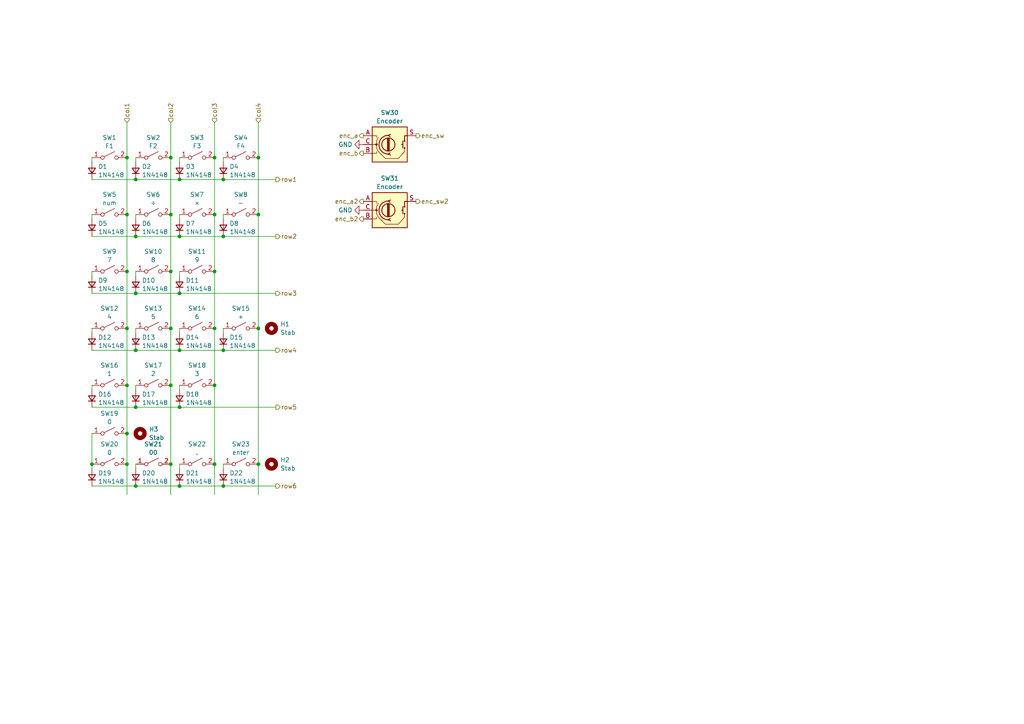
<source format=kicad_sch>
(kicad_sch (version 20231120) (generator "eeschema") (generator_version "8.0")
  (paper "A4")
  (title_block (title "Marten 22 Numpad") (date "2024-10-06") (rev "1"))
  (lib_symbols
    (symbol "Device:D_Small" (pin_numbers hide) (pin_names (offset 0.254) hide)
      (property "Reference" "D" (at -1.27 2.032 0))
      (property "Value" "D_Small" (at -3.81 -2.032 0))
      (symbol "D_Small_0_1"
        (polyline (pts (xy -0.762 -1.016) (xy -0.762 1.016)) (stroke (width 0.254)))
        (polyline (pts (xy -0.762 0) (xy 0.762 0)))
        (polyline (pts (xy 0.762 -1.016) (xy -0.762 0) (xy 0.762 1.016) (xy 0.762 -1.016)) (stroke (width 0.254)))
      )
      (symbol "D_Small_1_1"
        (pin passive line (at -2.54 0 0) (length 1.778) (name "K") (number "1"))
        (pin passive line (at 2.54 0 180) (length 1.778) (name "A") (number "2"))
      )
    )
    (symbol "Mechanical:MountingHole" (pin_names (offset 1.016))
      (property "Reference" "H" (at 0 5.08 0))
      (property "Value" "MountingHole" (at 0 3.175 0))
      (symbol "MountingHole_0_1"
        (circle (center 0 0) (radius 1.27) (stroke (width 1.27)))
      )
    )
    (symbol "PCM_marbastlib-various:ROT_SKYLOONG_HS-Switch" (pin_names hide) (in_bom no)
      (property "Reference" "SW" (at 0 8.89 0))
      (property "Value" "ROT_SKYLOONG_HS" (at 0 6.35 0))
      (symbol "ROT_SKYLOONG_HS-Switch_0_1"
        (rectangle (start -5.08 5.08) (end 5.08 -5.08) (stroke (width 0.254)) (fill (type background)))
        (circle (center -3.81 0) (radius 0.254) (fill (type outline)))
        (circle (center -0.381 0) (radius 1.905) (stroke (width 0.254)))
        (arc (start -0.381 2.667) (mid -3.0988 -0.0635) (end -0.381 -2.794) (stroke (width 0.254)))
        (polyline (pts (xy -0.635 -1.778) (xy -0.635 1.778)) (stroke (width 0.254)))
        (polyline (pts (xy -0.381 -1.778) (xy -0.381 1.778)) (stroke (width 0.254)))
        (polyline (pts (xy -0.127 1.778) (xy -0.127 -1.778)) (stroke (width 0.254)))
        (polyline (pts (xy 3.81 0) (xy 3.429 0)) (stroke (width 0.254)))
        (polyline (pts (xy 3.81 1.016) (xy 3.81 -1.016)) (stroke (width 0.254)))
        (polyline (pts (xy -5.08 -2.54) (xy -3.81 -2.54) (xy -3.81 -2.032)))
        (polyline (pts (xy -5.08 2.54) (xy -3.81 2.54) (xy -3.81 2.032)))
        (polyline (pts (xy 0.254 -3.048) (xy -0.508 -2.794) (xy 0.127 -2.413)) (stroke (width 0.254)))
        (polyline (pts (xy 0.254 2.921) (xy -0.508 2.667) (xy 0.127 2.286)) (stroke (width 0.254)))
        (polyline (pts (xy 5.08 2.54) (xy 4.318 2.54) (xy 4.318 1.016)) (stroke (width 0.254)))
        (polyline (pts (xy -5.08 0) (xy -3.81 0) (xy -3.81 -1.016) (xy -3.302 -2.032)))
        (polyline (pts (xy -4.318 0) (xy -3.81 0) (xy -3.81 1.016) (xy -3.302 2.032)))
        (polyline (pts (xy -3.302 -2.032) (xy -1.27 -4.064) (xy 2.54 -4.064) (xy 4.318 -2.032) (xy 4.318 -1.016)))
        (circle (center 4.318 -1.016) (radius 0.127) (stroke (width 0.254)))
        (circle (center 4.318 1.016) (radius 0.127) (stroke (width 0.254)))
      )
      (symbol "ROT_SKYLOONG_HS-Switch_1_1"
        (pin passive line (at -7.62 2.54 0) (length 2.54) (name "A") (number "A"))
        (pin passive line (at -7.62 -2.54 0) (length 2.54) (name "B") (number "B"))
        (pin passive line (at -7.62 0 0) (length 2.54) (name "C") (number "C"))
        (pin passive line (at 7.62 2.54 180) (length 2.54) (name "S") (number "S"))
      )
    )
    (symbol "Switch:SW_SPST" (pin_names (offset 0) hide)
      (property "Reference" "SW" (at 0 3.175 0))
      (property "Value" "SW_SPST" (at 0 -2.54 0))
      (symbol "SW_SPST_0_0"
        (circle (center -2.032 0) (radius 0.508))
        (polyline (pts (xy -1.524 0.254) (xy 1.524 1.778)))
        (circle (center 2.032 0) (radius 0.508))
      )
      (symbol "SW_SPST_1_1"
        (pin passive line (at -5.08 0 0) (length 2.54) (name "A") (number "1"))
        (pin passive line (at 5.08 0 180) (length 2.54) (name "B") (number "2"))
      )
    )
    (symbol "power:GND" (power) (pin_names (offset 0))
      (property "Value" "GND" (at 0 -3.81 0))
      (symbol "GND_0_1"
        (polyline (pts (xy 0 0) (xy 0 -1.27) (xy 1.27 -1.27) (xy 0 -2.54) (xy -1.27 -1.27) (xy 0 -1.27)))
      )
      (symbol "GND_1_1"
        (pin power_in line (at 0 0 270) (length 0) hide (name "GND") (number "1"))
      )
    )
  )
  (junction (at 49.53 95.25))
  (junction (at 64.77 52.07))
  (junction (at 74.93 62.23))
  (junction (at 36.83 95.25))
  (junction (at 39.37 140.97))
  (junction (at 36.83 125.73))
  (junction (at 62.23 78.74))
  (junction (at 49.53 78.74))
  (junction (at 36.83 45.72))
  (junction (at 49.53 134.62))
  (junction (at 39.37 85.09))
  (junction (at 49.53 111.76))
  (junction (at 39.37 101.6))
  (junction (at 74.93 95.25))
  (junction (at 36.83 111.76))
  (junction (at 52.07 85.09))
  (junction (at 36.83 62.23))
  (junction (at 39.37 118.11))
  (junction (at 64.77 140.97))
  (junction (at 62.23 111.76))
  (junction (at 62.23 62.23))
  (junction (at 62.23 45.72))
  (junction (at 64.77 101.6))
  (junction (at 39.37 68.58))
  (junction (at 62.23 134.62))
  (junction (at 49.53 62.23))
  (junction (at 36.83 78.74))
  (junction (at 52.07 140.97))
  (junction (at 49.53 45.72))
  (junction (at 52.07 52.07))
  (junction (at 74.93 45.72))
  (junction (at 39.37 52.07))
  (junction (at 74.93 134.62))
  (junction (at 62.23 95.25))
  (junction (at 52.07 68.58))
  (junction (at 64.77 68.58))
  (junction (at 52.07 101.6))
  (junction (at 26.67 134.62))
  (junction (at 36.83 134.62))
  (junction (at 52.07 118.11))
  (wire (pts (xy 62.23 95.25) (xy 62.23 111.76)))
  (wire (pts (xy 36.83 78.74) (xy 36.83 95.25)))
  (wire (pts (xy 62.23 134.62) (xy 62.23 143.51)))
  (wire (pts (xy 52.07 134.62) (xy 52.07 135.89)))
  (wire (pts (xy 26.67 134.62) (xy 26.67 135.89)))
  (wire (pts (xy 52.07 101.6) (xy 64.77 101.6)))
  (wire (pts (xy 52.07 68.58) (xy 64.77 68.58)))
  (wire (pts (xy 74.93 45.72) (xy 74.93 62.23)))
  (wire (pts (xy 36.83 111.76) (xy 36.83 125.73)))
  (wire (pts (xy 39.37 111.76) (xy 39.37 113.03)))
  (wire (pts (xy 49.53 111.76) (xy 49.53 134.62)))
  (wire (pts (xy 64.77 134.62) (xy 64.77 135.89)))
  (wire (pts (xy 26.67 95.25) (xy 26.67 96.52)))
  (wire (pts (xy 64.77 45.72) (xy 64.77 46.99)))
  (wire (pts (xy 26.67 111.76) (xy 26.67 113.03)))
  (wire (pts (xy 36.83 125.73) (xy 36.83 134.62)))
  (wire (pts (xy 26.67 52.07) (xy 39.37 52.07)))
  (wire (pts (xy 26.67 101.6) (xy 39.37 101.6)))
  (wire (pts (xy 39.37 134.62) (xy 39.37 135.89)))
  (wire (pts (xy 49.53 95.25) (xy 49.53 111.76)))
  (wire (pts (xy 26.67 78.74) (xy 26.67 80.01)))
  (wire (pts (xy 52.07 78.74) (xy 52.07 80.01)))
  (wire (pts (xy 39.37 52.07) (xy 52.07 52.07)))
  (wire (pts (xy 26.67 68.58) (xy 39.37 68.58)))
  (wire (pts (xy 36.83 62.23) (xy 36.83 78.74)))
  (wire (pts (xy 52.07 52.07) (xy 64.77 52.07)))
  (wire (pts (xy 64.77 95.25) (xy 64.77 96.52)))
  (wire (pts (xy 52.07 45.72) (xy 52.07 46.99)))
  (wire (pts (xy 39.37 62.23) (xy 39.37 63.5)))
  (wire (pts (xy 62.23 45.72) (xy 62.23 62.23)))
  (wire (pts (xy 26.67 140.97) (xy 39.37 140.97)))
  (wire (pts (xy 49.53 35.56) (xy 49.53 45.72)))
  (wire (pts (xy 36.83 134.62) (xy 36.83 143.51)))
  (wire (pts (xy 64.77 62.23) (xy 64.77 63.5)))
  (wire (pts (xy 64.77 140.97) (xy 80.01 140.97)))
  (wire (pts (xy 26.67 118.11) (xy 39.37 118.11)))
  (wire (pts (xy 74.93 134.62) (xy 74.93 143.51)))
  (wire (pts (xy 49.53 134.62) (xy 49.53 143.51)))
  (wire (pts (xy 39.37 85.09) (xy 52.07 85.09)))
  (wire (pts (xy 36.83 45.72) (xy 36.83 62.23)))
  (wire (pts (xy 39.37 118.11) (xy 52.07 118.11)))
  (wire (pts (xy 74.93 35.56) (xy 74.93 45.72)))
  (wire (pts (xy 52.07 85.09) (xy 80.01 85.09)))
  (wire (pts (xy 52.07 95.25) (xy 52.07 96.52)))
  (wire (pts (xy 52.07 111.76) (xy 52.07 113.03)))
  (wire (pts (xy 62.23 35.56) (xy 62.23 45.72)))
  (wire (pts (xy 36.83 35.56) (xy 36.83 45.72)))
  (wire (pts (xy 39.37 45.72) (xy 39.37 46.99)))
  (wire (pts (xy 52.07 140.97) (xy 64.77 140.97)))
  (wire (pts (xy 36.83 95.25) (xy 36.83 111.76)))
  (wire (pts (xy 49.53 45.72) (xy 49.53 62.23)))
  (wire (pts (xy 39.37 68.58) (xy 52.07 68.58)))
  (wire (pts (xy 26.67 125.73) (xy 26.67 134.62)))
  (wire (pts (xy 62.23 78.74) (xy 62.23 95.25)))
  (wire (pts (xy 64.77 52.07) (xy 80.01 52.07)))
  (wire (pts (xy 52.07 118.11) (xy 80.01 118.11)))
  (wire (pts (xy 26.67 85.09) (xy 39.37 85.09)))
  (wire (pts (xy 39.37 101.6) (xy 52.07 101.6)))
  (wire (pts (xy 39.37 95.25) (xy 39.37 96.52)))
  (wire (pts (xy 26.67 62.23) (xy 26.67 63.5)))
  (wire (pts (xy 74.93 62.23) (xy 74.93 95.25)))
  (wire (pts (xy 39.37 140.97) (xy 52.07 140.97)))
  (wire (pts (xy 52.07 62.23) (xy 52.07 63.5)))
  (wire (pts (xy 64.77 68.58) (xy 80.01 68.58)))
  (wire (pts (xy 64.77 101.6) (xy 80.01 101.6)))
  (wire (pts (xy 39.37 78.74) (xy 39.37 80.01)))
  (wire (pts (xy 26.67 45.72) (xy 26.67 46.99)))
  (wire (pts (xy 49.53 62.23) (xy 49.53 78.74)))
  (wire (pts (xy 49.53 78.74) (xy 49.53 95.25)))
  (wire (pts (xy 62.23 62.23) (xy 62.23 78.74)))
  (wire (pts (xy 74.93 95.25) (xy 74.93 134.62)))
  (wire (pts (xy 62.23 111.76) (xy 62.23 134.62)))
  (hierarchical_label "row5" (shape output) (at 80.01 118.11 0))
  (hierarchical_label "col4" (shape input) (at 74.93 35.56 90))
  (hierarchical_label "row1" (shape output) (at 80.01 52.07 0))
  (hierarchical_label "row3" (shape output) (at 80.01 85.09 0))
  (hierarchical_label "col2" (shape input) (at 49.53 35.56 90))
  (hierarchical_label "enc_b2" (shape output) (at 105.41 63.5 180))
  (hierarchical_label "row2" (shape output) (at 80.01 68.58 0))
  (hierarchical_label "enc_b" (shape output) (at 105.41 44.45 180))
  (hierarchical_label "col1" (shape input) (at 36.83 35.56 90))
  (hierarchical_label "row6" (shape output) (at 80.01 140.97 0))
  (hierarchical_label "enc_a2" (shape output) (at 105.41 58.42 180))
  (hierarchical_label "enc_a" (shape output) (at 105.41 39.37 180))
  (hierarchical_label "row4" (shape output) (at 80.01 101.6 0))
  (hierarchical_label "enc_sw" (shape output) (at 120.65 39.37 0))
  (hierarchical_label "col3" (shape input) (at 62.23 35.56 90))
  (hierarchical_label "enc_sw2" (shape output) (at 120.65 58.42 0))
  (symbol (lib_id "PCM_marbastlib-various:ROT_SKYLOONG_HS-Switch") (at 113.03 41.91 0) (unit 1) (in_bom no)
    (property "Reference" "SW30" (at 113.03 32.6855 0))
    (property "Value" "Encoder" (at 113.03 35.1098 0))
    (property "Footprint" "keyboard:Skyloong_Knob_Pads" (effects (hide yes)))
    (property "Datasheet" "https://skyloong.vip/products/abs-hot-swappable-knobs-madule" (effects (hide yes)))
    (property "Description" "SKYLOONG hotswap encoder module" (effects (hide yes)))
    (property "Manufacturer" "DNP" (effects (hide yes)))
    (property "Manufacturer Part Number" "DNP" (effects (hide yes)))
    (property "Package" "DNP" (effects (hide yes)))
  )
  (symbol (lib_id "Device:D_Small") (at 39.37 66.04 90) (unit 1)
    (property "Reference" "D6" (at 41.148 64.8279 90) (effects (justify right)))
    (property "Value" "1N4148" (at 41.148 67.2521 90) (effects (justify right)))
    (property "Footprint" "Diode_SMD:D_SOD-523" (effects (hide yes)))
    (property "Description" "1N4148 diode" (effects (hide yes)))
    (property "Package" "SOD-523" (effects (hide yes)))
    (property "Manufacturer" "onsemi" (effects (hide yes)))
    (property "Manufacturer Part Number" "1N4148WT" (effects (hide yes)))
  )
  (symbol (lib_id "Switch:SW_SPST") (at 44.45 45.72 0) (unit 1)
    (property "Reference" "SW2" (at 44.45 39.9247 0))
    (property "Value" "F2" (at 44.45 42.3489 0))
    (property "Footprint" "PCM_marbastlib-mx:SW_MX_HS_CPG151101S11_1u" (effects (hide yes)))
    (property "Datasheet" "http://www.kailh.com/product/Ms/rcb/CPG151101S11-16.pdf" (effects (hide yes)))
    (property "Description" "Kailh hot swap socket for MX switch" (effects (hide yes)))
    (property "Manufacturer Part Number" "CPG151101S11-16" (effects (hide yes)))
    (property "Manufacturer" "Kailh" (effects (hide yes)))
    (property "Package" "SMD" (effects (hide yes)))
  )
  (symbol (lib_id "Switch:SW_SPST") (at 44.45 134.62 0) (unit 1)
    (property "Reference" "SW21" (at 44.45 128.8247 0))
    (property "Value" "00" (at 44.45 131.2489 0))
    (property "Footprint" "PCM_marbastlib-mx:SW_MX_HS_CPG151101S11_1u" (effects (hide yes)))
    (property "Datasheet" "http://www.kailh.com/product/Ms/rcb/CPG151101S11-16.pdf" (effects (hide yes)))
    (property "Description" "Kailh hot swap socket for MX switch" (effects (hide yes)))
    (property "Manufacturer Part Number" "CPG151101S11-16" (effects (hide yes)))
    (property "Manufacturer" "Kailh" (effects (hide yes)))
    (property "Package" "SMD" (effects (hide yes)))
  )
  (symbol (lib_id "Device:D_Small") (at 39.37 82.55 90) (unit 1)
    (property "Reference" "D10" (at 41.148 81.3379 90) (effects (justify right)))
    (property "Value" "1N4148" (at 41.148 83.7621 90) (effects (justify right)))
    (property "Footprint" "Diode_SMD:D_SOD-523" (effects (hide yes)))
    (property "Description" "1N4148 diode" (effects (hide yes)))
    (property "Package" "SOD-523" (effects (hide yes)))
    (property "Manufacturer" "onsemi" (effects (hide yes)))
    (property "Manufacturer Part Number" "1N4148WT" (effects (hide yes)))
  )
  (symbol (lib_id "Switch:SW_SPST") (at 57.15 62.23 0) (unit 1)
    (property "Reference" "SW7" (at 57.15 56.4347 0))
    (property "Value" "×" (at 57.15 58.8589 0))
    (property "Footprint" "PCM_marbastlib-mx:SW_MX_HS_CPG151101S11_1u" (effects (hide yes)))
    (property "Datasheet" "http://www.kailh.com/product/Ms/rcb/CPG151101S11-16.pdf" (effects (hide yes)))
    (property "Description" "Kailh hot swap socket for MX switch" (effects (hide yes)))
    (property "Manufacturer Part Number" "CPG151101S11-16" (effects (hide yes)))
    (property "Manufacturer" "Kailh" (effects (hide yes)))
    (property "Package" "SMD" (effects (hide yes)))
  )
  (symbol (lib_id "Switch:SW_SPST") (at 57.15 134.62 0) (unit 1)
    (property "Reference" "SW22" (at 57.15 128.8247 0))
    (property "Value" "." (at 57.15 131.2489 0))
    (property "Footprint" "PCM_marbastlib-mx:SW_MX_HS_CPG151101S11_1u" (effects (hide yes)))
    (property "Datasheet" "http://www.kailh.com/product/Ms/rcb/CPG151101S11-16.pdf" (effects (hide yes)))
    (property "Description" "Kailh hot swap socket for MX switch" (effects (hide yes)))
    (property "Manufacturer Part Number" "CPG151101S11-16" (effects (hide yes)))
    (property "Manufacturer" "Kailh" (effects (hide yes)))
    (property "Package" "SMD" (effects (hide yes)))
  )
  (symbol (lib_id "Switch:SW_SPST") (at 69.85 134.62 0) (unit 1)
    (property "Reference" "SW23" (at 69.85 128.8247 0))
    (property "Value" "enter" (at 69.85 131.2489 0))
    (property "Footprint" "PCM_marbastlib-mx:SW_MX_HS_CPG151101S11_1u" (effects (hide yes)))
    (property "Datasheet" "http://www.kailh.com/product/Ms/rcb/CPG151101S11-16.pdf" (effects (hide yes)))
    (property "Description" "Kailh hot swap socket for MX switch" (effects (hide yes)))
    (property "Manufacturer Part Number" "CPG151101S11-16" (effects (hide yes)))
    (property "Manufacturer" "Kailh" (effects (hide yes)))
    (property "Package" "SMD" (effects (hide yes)))
  )
  (symbol (lib_id "Mechanical:MountingHole") (at 78.74 95.25 0) (unit 1)
    (property "Reference" "H1" (at 81.28 94.0379 0) (effects (justify left)))
    (property "Value" "Stab" (at 81.28 96.4621 0) (effects (justify left)))
    (property "Footprint" "PCM_marbastlib-mx:STAB_MX_2u" (effects (hide yes)))
    (property "Description" "MX switch stabilizer, 2U" (effects (hide yes)))
    (property "Manufacturer" "DNP" (effects (hide yes)))
    (property "Manufacturer Part Number" "DNP" (effects (hide yes)))
    (property "Package" "DNP" (effects (hide yes)))
  )
  (symbol (lib_id "Device:D_Small") (at 52.07 115.57 90) (unit 1)
    (property "Reference" "D18" (at 53.848 114.3579 90) (effects (justify right)))
    (property "Value" "1N4148" (at 53.848 116.7821 90) (effects (justify right)))
    (property "Footprint" "Diode_SMD:D_SOD-523" (effects (hide yes)))
    (property "Description" "1N4148 diode" (effects (hide yes)))
    (property "Package" "SOD-523" (effects (hide yes)))
    (property "Manufacturer" "onsemi" (effects (hide yes)))
    (property "Manufacturer Part Number" "1N4148WT" (effects (hide yes)))
  )
  (symbol (lib_id "Switch:SW_SPST") (at 57.15 95.25 0) (unit 1)
    (property "Reference" "SW14" (at 57.15 89.4547 0))
    (property "Value" "6" (at 57.15 91.8789 0))
    (property "Footprint" "PCM_marbastlib-mx:SW_MX_HS_CPG151101S11_1u" (effects (hide yes)))
    (property "Datasheet" "http://www.kailh.com/product/Ms/rcb/CPG151101S11-16.pdf" (effects (hide yes)))
    (property "Description" "Kailh hot swap socket for MX switch" (effects (hide yes)))
    (property "Manufacturer Part Number" "CPG151101S11-16" (effects (hide yes)))
    (property "Manufacturer" "Kailh" (effects (hide yes)))
    (property "Package" "SMD" (effects (hide yes)))
  )
  (symbol (lib_id "Device:D_Small") (at 26.67 138.43 90) (unit 1)
    (property "Reference" "D19" (at 28.448 137.2179 90) (effects (justify right)))
    (property "Value" "1N4148" (at 28.448 139.6421 90) (effects (justify right)))
    (property "Footprint" "Diode_SMD:D_SOD-523" (effects (hide yes)))
    (property "Description" "1N4148 diode" (effects (hide yes)))
    (property "Package" "SOD-523" (effects (hide yes)))
    (property "Manufacturer" "onsemi" (effects (hide yes)))
    (property "Manufacturer Part Number" "1N4148WT" (effects (hide yes)))
  )
  (symbol (lib_id "Switch:SW_SPST") (at 31.75 78.74 0) (unit 1)
    (property "Reference" "SW9" (at 31.75 72.9447 0))
    (property "Value" "7" (at 31.75 75.3689 0))
    (property "Footprint" "PCM_marbastlib-mx:SW_MX_HS_CPG151101S11_1u" (effects (hide yes)))
    (property "Datasheet" "http://www.kailh.com/product/Ms/rcb/CPG151101S11-16.pdf" (effects (hide yes)))
    (property "Description" "Kailh hot swap socket for MX switch" (effects (hide yes)))
    (property "Manufacturer Part Number" "CPG151101S11-16" (effects (hide yes)))
    (property "Manufacturer" "Kailh" (effects (hide yes)))
    (property "Package" "SMD" (effects (hide yes)))
  )
  (symbol (lib_id "Device:D_Small") (at 39.37 99.06 90) (unit 1)
    (property "Reference" "D13" (at 41.148 97.8479 90) (effects (justify right)))
    (property "Value" "1N4148" (at 41.148 100.2721 90) (effects (justify right)))
    (property "Footprint" "Diode_SMD:D_SOD-523" (effects (hide yes)))
    (property "Description" "1N4148 diode" (effects (hide yes)))
    (property "Package" "SOD-523" (effects (hide yes)))
    (property "Manufacturer" "onsemi" (effects (hide yes)))
    (property "Manufacturer Part Number" "1N4148WT" (effects (hide yes)))
  )
  (symbol (lib_id "Switch:SW_SPST") (at 57.15 111.76 0) (unit 1)
    (property "Reference" "SW18" (at 57.15 105.9647 0))
    (property "Value" "3" (at 57.15 108.3889 0))
    (property "Footprint" "PCM_marbastlib-mx:SW_MX_HS_CPG151101S11_1u" (effects (hide yes)))
    (property "Datasheet" "http://www.kailh.com/product/Ms/rcb/CPG151101S11-16.pdf" (effects (hide yes)))
    (property "Description" "Kailh hot swap socket for MX switch" (effects (hide yes)))
    (property "Manufacturer Part Number" "CPG151101S11-16" (effects (hide yes)))
    (property "Manufacturer" "Kailh" (effects (hide yes)))
    (property "Package" "SMD" (effects (hide yes)))
  )
  (symbol (lib_id "Device:D_Small") (at 39.37 138.43 90) (unit 1)
    (property "Reference" "D20" (at 41.148 137.2179 90) (effects (justify right)))
    (property "Value" "1N4148" (at 41.148 139.6421 90) (effects (justify right)))
    (property "Footprint" "Diode_SMD:D_SOD-523" (effects (hide yes)))
    (property "Description" "1N4148 diode" (effects (hide yes)))
    (property "Package" "SOD-523" (effects (hide yes)))
    (property "Manufacturer" "onsemi" (effects (hide yes)))
    (property "Manufacturer Part Number" "1N4148WT" (effects (hide yes)))
  )
  (symbol (lib_id "Device:D_Small") (at 52.07 49.53 90) (unit 1)
    (property "Reference" "D3" (at 53.848 48.3179 90) (effects (justify right)))
    (property "Value" "1N4148" (at 53.848 50.7421 90) (effects (justify right)))
    (property "Footprint" "Diode_SMD:D_SOD-523" (effects (hide yes)))
    (property "Description" "1N4148 diode" (effects (hide yes)))
    (property "Package" "SOD-523" (effects (hide yes)))
    (property "Manufacturer" "onsemi" (effects (hide yes)))
    (property "Manufacturer Part Number" "1N4148WT" (effects (hide yes)))
  )
  (symbol (lib_id "Switch:SW_SPST") (at 31.75 125.73 0) (unit 1)
    (property "Reference" "SW19" (at 31.75 119.9347 0))
    (property "Value" "0" (at 31.75 122.3589 0))
    (property "Footprint" "PCM_marbastlib-mx:SW_MX_HS_CPG151101S11_1u" (effects (hide yes)))
    (property "Datasheet" "http://www.kailh.com/product/Ms/rcb/CPG151101S11-16.pdf" (effects (hide yes)))
    (property "Description" "Kailh hot swap socket for MX switch" (effects (hide yes)))
    (property "Manufacturer Part Number" "CPG151101S11-16" (effects (hide yes)))
    (property "Manufacturer" "Kailh" (effects (hide yes)))
    (property "Package" "SMD" (effects (hide yes)))
  )
  (symbol (lib_id "Device:D_Small") (at 64.77 49.53 90) (unit 1)
    (property "Reference" "D4" (at 66.548 48.3179 90) (effects (justify right)))
    (property "Value" "1N4148" (at 66.548 50.7421 90) (effects (justify right)))
    (property "Footprint" "Diode_SMD:D_SOD-523" (effects (hide yes)))
    (property "Description" "1N4148 diode" (effects (hide yes)))
    (property "Package" "SOD-523" (effects (hide yes)))
    (property "Manufacturer" "onsemi" (effects (hide yes)))
    (property "Manufacturer Part Number" "1N4148WT" (effects (hide yes)))
  )
  (symbol (lib_id "Switch:SW_SPST") (at 31.75 62.23 0) (unit 1)
    (property "Reference" "SW5" (at 31.75 56.4347 0))
    (property "Value" "num" (at 31.75 58.8589 0))
    (property "Footprint" "PCM_marbastlib-mx:SW_MX_HS_CPG151101S11_1u" (effects (hide yes)))
    (property "Datasheet" "http://www.kailh.com/product/Ms/rcb/CPG151101S11-16.pdf" (effects (hide yes)))
    (property "Description" "Kailh hot swap socket for MX switch" (effects (hide yes)))
    (property "Manufacturer Part Number" "CPG151101S11-16" (effects (hide yes)))
    (property "Manufacturer" "Kailh" (effects (hide yes)))
    (property "Package" "SMD" (effects (hide yes)))
  )
  (symbol (lib_id "Device:D_Small") (at 39.37 115.57 90) (unit 1)
    (property "Reference" "D17" (at 41.148 114.3579 90) (effects (justify right)))
    (property "Value" "1N4148" (at 41.148 116.7821 90) (effects (justify right)))
    (property "Footprint" "Diode_SMD:D_SOD-523" (effects (hide yes)))
    (property "Description" "1N4148 diode" (effects (hide yes)))
    (property "Package" "SOD-523" (effects (hide yes)))
    (property "Manufacturer" "onsemi" (effects (hide yes)))
    (property "Manufacturer Part Number" "1N4148WT" (effects (hide yes)))
  )
  (symbol (lib_id "Switch:SW_SPST") (at 44.45 78.74 0) (unit 1)
    (property "Reference" "SW10" (at 44.45 72.9447 0))
    (property "Value" "8" (at 44.45 75.3689 0))
    (property "Footprint" "PCM_marbastlib-mx:SW_MX_HS_CPG151101S11_1u" (effects (hide yes)))
    (property "Datasheet" "http://www.kailh.com/product/Ms/rcb/CPG151101S11-16.pdf" (effects (hide yes)))
    (property "Description" "Kailh hot swap socket for MX switch" (effects (hide yes)))
    (property "Manufacturer Part Number" "CPG151101S11-16" (effects (hide yes)))
    (property "Manufacturer" "Kailh" (effects (hide yes)))
    (property "Package" "SMD" (effects (hide yes)))
  )
  (symbol (lib_id "Device:D_Small") (at 26.67 49.53 90) (unit 1)
    (property "Reference" "D1" (at 28.448 48.3179 90) (effects (justify right)))
    (property "Value" "1N4148" (at 28.448 50.7421 90) (effects (justify right)))
    (property "Footprint" "Diode_SMD:D_SOD-523" (effects (hide yes)))
    (property "Description" "1N4148 diode" (effects (hide yes)))
    (property "Package" "SOD-523" (effects (hide yes)))
    (property "Manufacturer" "onsemi" (effects (hide yes)))
    (property "Manufacturer Part Number" "1N4148WT" (effects (hide yes)))
  )
  (symbol (lib_id "Device:D_Small") (at 26.67 66.04 90) (unit 1)
    (property "Reference" "D5" (at 28.448 64.8279 90) (effects (justify right)))
    (property "Value" "1N4148" (at 28.448 67.2521 90) (effects (justify right)))
    (property "Footprint" "Diode_SMD:D_SOD-523" (effects (hide yes)))
    (property "Description" "1N4148 diode" (effects (hide yes)))
    (property "Package" "SOD-523" (effects (hide yes)))
    (property "Manufacturer" "onsemi" (effects (hide yes)))
    (property "Manufacturer Part Number" "1N4148WT" (effects (hide yes)))
  )
  (symbol (lib_id "Switch:SW_SPST") (at 69.85 95.25 0) (unit 1)
    (property "Reference" "SW15" (at 69.85 89.4547 0))
    (property "Value" "+" (at 69.85 91.8789 0))
    (property "Footprint" "PCM_marbastlib-mx:SW_MX_HS_CPG151101S11_1u" (effects (hide yes)))
    (property "Datasheet" "http://www.kailh.com/product/Ms/rcb/CPG151101S11-16.pdf" (effects (hide yes)))
    (property "Description" "Kailh hot swap socket for MX switch" (effects (hide yes)))
    (property "Manufacturer Part Number" "CPG151101S11-16" (effects (hide yes)))
    (property "Manufacturer" "Kailh" (effects (hide yes)))
    (property "Package" "SMD" (effects (hide yes)))
  )
  (symbol (lib_id "Switch:SW_SPST") (at 69.85 62.23 0) (unit 1)
    (property "Reference" "SW8" (at 69.85 56.4347 0))
    (property "Value" "−" (at 69.85 58.8589 0))
    (property "Footprint" "PCM_marbastlib-mx:SW_MX_HS_CPG151101S11_1u" (effects (hide yes)))
    (property "Datasheet" "http://www.kailh.com/product/Ms/rcb/CPG151101S11-16.pdf" (effects (hide yes)))
    (property "Description" "Kailh hot swap socket for MX switch" (effects (hide yes)))
    (property "Manufacturer Part Number" "CPG151101S11-16" (effects (hide yes)))
    (property "Manufacturer" "Kailh" (effects (hide yes)))
    (property "Package" "SMD" (effects (hide yes)))
  )
  (symbol (lib_id "Device:D_Small") (at 64.77 99.06 90) (unit 1)
    (property "Reference" "D15" (at 66.548 97.8479 90) (effects (justify right)))
    (property "Value" "1N4148" (at 66.548 100.2721 90) (effects (justify right)))
    (property "Footprint" "Diode_SMD:D_SOD-523" (effects (hide yes)))
    (property "Description" "1N4148 diode" (effects (hide yes)))
    (property "Package" "SOD-523" (effects (hide yes)))
    (property "Manufacturer" "onsemi" (effects (hide yes)))
    (property "Manufacturer Part Number" "1N4148WT" (effects (hide yes)))
  )
  (symbol (lib_id "Device:D_Small") (at 52.07 138.43 90) (unit 1)
    (property "Reference" "D21" (at 53.848 137.2179 90) (effects (justify right)))
    (property "Value" "1N4148" (at 53.848 139.6421 90) (effects (justify right)))
    (property "Footprint" "Diode_SMD:D_SOD-523" (effects (hide yes)))
    (property "Description" "1N4148 diode" (effects (hide yes)))
    (property "Package" "SOD-523" (effects (hide yes)))
    (property "Manufacturer" "onsemi" (effects (hide yes)))
    (property "Manufacturer Part Number" "1N4148WT" (effects (hide yes)))
  )
  (symbol (lib_id "Switch:SW_SPST") (at 69.85 45.72 0) (unit 1)
    (property "Reference" "SW4" (at 69.85 39.9247 0))
    (property "Value" "F4" (at 69.85 42.3489 0))
    (property "Footprint" "PCM_marbastlib-mx:SW_MX_HS_CPG151101S11_1u" (effects (hide yes)))
    (property "Datasheet" "http://www.kailh.com/product/Ms/rcb/CPG151101S11-16.pdf" (effects (hide yes)))
    (property "Description" "Kailh hot swap socket for MX switch" (effects (hide yes)))
    (property "Manufacturer Part Number" "CPG151101S11-16" (effects (hide yes)))
    (property "Manufacturer" "Kailh" (effects (hide yes)))
    (property "Package" "SMD" (effects (hide yes)))
  )
  (symbol (lib_id "power:GND") (at 105.41 41.91 270) (unit 1)
    (property "Reference" "#PWR031" (effects (hide yes)))
    (property "Value" "GND" (at 102.2351 41.91 90) (effects (justify right)))
  )
  (symbol (lib_id "Device:D_Small") (at 64.77 138.43 90) (unit 1)
    (property "Reference" "D22" (at 66.548 137.2179 90) (effects (justify right)))
    (property "Value" "1N4148" (at 66.548 139.6421 90) (effects (justify right)))
    (property "Footprint" "Diode_SMD:D_SOD-523" (effects (hide yes)))
    (property "Description" "1N4148 diode" (effects (hide yes)))
    (property "Package" "SOD-523" (effects (hide yes)))
    (property "Manufacturer" "onsemi" (effects (hide yes)))
    (property "Manufacturer Part Number" "1N4148WT" (effects (hide yes)))
  )
  (symbol (lib_id "Device:D_Small") (at 26.67 115.57 90) (unit 1)
    (property "Reference" "D16" (at 28.448 114.3579 90) (effects (justify right)))
    (property "Value" "1N4148" (at 28.448 116.7821 90) (effects (justify right)))
    (property "Footprint" "Diode_SMD:D_SOD-523" (effects (hide yes)))
    (property "Description" "1N4148 diode" (effects (hide yes)))
    (property "Package" "SOD-523" (effects (hide yes)))
    (property "Manufacturer" "onsemi" (effects (hide yes)))
    (property "Manufacturer Part Number" "1N4148WT" (effects (hide yes)))
  )
  (symbol (lib_id "Switch:SW_SPST") (at 31.75 45.72 0) (unit 1)
    (property "Reference" "SW1" (at 31.75 39.9247 0))
    (property "Value" "F1" (at 31.75 42.3489 0))
    (property "Footprint" "PCM_marbastlib-mx:SW_MX_HS_CPG151101S11_1u" (effects (hide yes)))
    (property "Datasheet" "http://www.kailh.com/product/Ms/rcb/CPG151101S11-16.pdf" (effects (hide yes)))
    (property "Description" "Kailh hot swap socket for MX switch" (effects (hide yes)))
    (property "Manufacturer Part Number" "CPG151101S11-16" (effects (hide yes)))
    (property "Manufacturer" "Kailh" (effects (hide yes)))
    (property "Package" "SMD" (effects (hide yes)))
  )
  (symbol (lib_id "power:GND") (at 105.41 60.96 270) (unit 1)
    (property "Reference" "#PWR034" (effects (hide yes)))
    (property "Value" "GND" (at 102.2351 60.96 90) (effects (justify right)))
  )
  (symbol (lib_id "Device:D_Small") (at 26.67 82.55 90) (unit 1)
    (property "Reference" "D9" (at 28.448 81.3379 90) (effects (justify right)))
    (property "Value" "1N4148" (at 28.448 83.7621 90) (effects (justify right)))
    (property "Footprint" "Diode_SMD:D_SOD-523" (effects (hide yes)))
    (property "Description" "1N4148 diode" (effects (hide yes)))
    (property "Package" "SOD-523" (effects (hide yes)))
    (property "Manufacturer" "onsemi" (effects (hide yes)))
    (property "Manufacturer Part Number" "1N4148WT" (effects (hide yes)))
  )
  (symbol (lib_id "Switch:SW_SPST") (at 44.45 62.23 0) (unit 1)
    (property "Reference" "SW6" (at 44.45 56.4347 0))
    (property "Value" "÷" (at 44.45 58.8589 0))
    (property "Footprint" "PCM_marbastlib-mx:SW_MX_HS_CPG151101S11_1u" (effects (hide yes)))
    (property "Datasheet" "http://www.kailh.com/product/Ms/rcb/CPG151101S11-16.pdf" (effects (hide yes)))
    (property "Description" "Kailh hot swap socket for MX switch" (effects (hide yes)))
    (property "Manufacturer Part Number" "CPG151101S11-16" (effects (hide yes)))
    (property "Manufacturer" "Kailh" (effects (hide yes)))
    (property "Package" "SMD" (effects (hide yes)))
  )
  (symbol (lib_id "Switch:SW_SPST") (at 44.45 95.25 0) (unit 1)
    (property "Reference" "SW13" (at 44.45 89.4547 0))
    (property "Value" "5" (at 44.45 91.8789 0))
    (property "Footprint" "PCM_marbastlib-mx:SW_MX_HS_CPG151101S11_1u" (effects (hide yes)))
    (property "Datasheet" "http://www.kailh.com/product/Ms/rcb/CPG151101S11-16.pdf" (effects (hide yes)))
    (property "Description" "Kailh hot swap socket for MX switch" (effects (hide yes)))
    (property "Manufacturer Part Number" "CPG151101S11-16" (effects (hide yes)))
    (property "Manufacturer" "Kailh" (effects (hide yes)))
    (property "Package" "SMD" (effects (hide yes)))
  )
  (symbol (lib_id "Switch:SW_SPST") (at 31.75 95.25 0) (unit 1)
    (property "Reference" "SW12" (at 31.75 89.4547 0))
    (property "Value" "4" (at 31.75 91.8789 0))
    (property "Footprint" "PCM_marbastlib-mx:SW_MX_HS_CPG151101S11_1u" (effects (hide yes)))
    (property "Datasheet" "http://www.kailh.com/product/Ms/rcb/CPG151101S11-16.pdf" (effects (hide yes)))
    (property "Description" "Kailh hot swap socket for MX switch" (effects (hide yes)))
    (property "Manufacturer Part Number" "CPG151101S11-16" (effects (hide yes)))
    (property "Manufacturer" "Kailh" (effects (hide yes)))
    (property "Package" "SMD" (effects (hide yes)))
  )
  (symbol (lib_id "Switch:SW_SPST") (at 31.75 111.76 0) (unit 1)
    (property "Reference" "SW16" (at 31.75 105.9647 0))
    (property "Value" "1" (at 31.75 108.3889 0))
    (property "Footprint" "PCM_marbastlib-mx:SW_MX_HS_CPG151101S11_1u" (effects (hide yes)))
    (property "Datasheet" "http://www.kailh.com/product/Ms/rcb/CPG151101S11-16.pdf" (effects (hide yes)))
    (property "Description" "Kailh hot swap socket for MX switch" (effects (hide yes)))
    (property "Manufacturer Part Number" "CPG151101S11-16" (effects (hide yes)))
    (property "Manufacturer" "Kailh" (effects (hide yes)))
    (property "Package" "SMD" (effects (hide yes)))
  )
  (symbol (lib_id "Switch:SW_SPST") (at 57.15 45.72 0) (unit 1)
    (property "Reference" "SW3" (at 57.15 39.9247 0))
    (property "Value" "F3" (at 57.15 42.3489 0))
    (property "Footprint" "PCM_marbastlib-mx:SW_MX_HS_CPG151101S11_1u" (effects (hide yes)))
    (property "Datasheet" "http://www.kailh.com/product/Ms/rcb/CPG151101S11-16.pdf" (effects (hide yes)))
    (property "Description" "Kailh hot swap socket for MX switch" (effects (hide yes)))
    (property "Manufacturer Part Number" "CPG151101S11-16" (effects (hide yes)))
    (property "Manufacturer" "Kailh" (effects (hide yes)))
    (property "Package" "SMD" (effects (hide yes)))
  )
  (symbol (lib_id "Device:D_Small") (at 52.07 82.55 90) (unit 1)
    (property "Reference" "D11" (at 53.848 81.3379 90) (effects (justify right)))
    (property "Value" "1N4148" (at 53.848 83.7621 90) (effects (justify right)))
    (property "Footprint" "Diode_SMD:D_SOD-523" (effects (hide yes)))
    (property "Description" "1N4148 diode" (effects (hide yes)))
    (property "Package" "SOD-523" (effects (hide yes)))
    (property "Manufacturer" "onsemi" (effects (hide yes)))
    (property "Manufacturer Part Number" "1N4148WT" (effects (hide yes)))
  )
  (symbol (lib_id "Switch:SW_SPST") (at 57.15 78.74 0) (unit 1)
    (property "Reference" "SW11" (at 57.15 72.9447 0))
    (property "Value" "9" (at 57.15 75.3689 0))
    (property "Footprint" "PCM_marbastlib-mx:SW_MX_HS_CPG151101S11_1u" (effects (hide yes)))
    (property "Datasheet" "http://www.kailh.com/product/Ms/rcb/CPG151101S11-16.pdf" (effects (hide yes)))
    (property "Description" "Kailh hot swap socket for MX switch" (effects (hide yes)))
    (property "Manufacturer Part Number" "CPG151101S11-16" (effects (hide yes)))
    (property "Manufacturer" "Kailh" (effects (hide yes)))
    (property "Package" "SMD" (effects (hide yes)))
  )
  (symbol (lib_id "Switch:SW_SPST") (at 31.75 134.62 0) (unit 1)
    (property "Reference" "SW20" (at 31.75 128.8247 0))
    (property "Value" "0" (at 31.75 131.2489 0))
    (property "Footprint" "PCM_marbastlib-mx:SW_MX_HS_CPG151101S11_1u" (effects (hide yes)))
    (property "Datasheet" "http://www.kailh.com/product/Ms/rcb/CPG151101S11-16.pdf" (effects (hide yes)))
    (property "Description" "Kailh hot swap socket for MX switch" (effects (hide yes)))
    (property "Manufacturer Part Number" "CPG151101S11-16" (effects (hide yes)))
    (property "Manufacturer" "Kailh" (effects (hide yes)))
    (property "Package" "SMD" (effects (hide yes)))
  )
  (symbol (lib_id "PCM_marbastlib-various:ROT_SKYLOONG_HS-Switch") (at 113.03 60.96 0) (unit 1) (in_bom no)
    (property "Reference" "SW31" (at 113.03 51.7355 0))
    (property "Value" "Encoder" (at 113.03 54.1598 0))
    (property "Footprint" "keyboard:Skyloong_Knob_Pads" (effects (hide yes)))
    (property "Datasheet" "https://skyloong.vip/products/abs-hot-swappable-knobs-madule" (effects (hide yes)))
    (property "Description" "SKYLOONG hotswap encoder module" (effects (hide yes)))
    (property "Manufacturer" "DNP" (effects (hide yes)))
    (property "Manufacturer Part Number" "DNP" (effects (hide yes)))
    (property "Package" "DNP" (effects (hide yes)))
  )
  (symbol (lib_id "Mechanical:MountingHole") (at 40.64 125.73 0) (unit 1)
    (property "Reference" "H3" (at 43.18 124.5179 0) (effects (justify left)))
    (property "Value" "Stab" (at 43.18 126.9421 0) (effects (justify left)))
    (property "Footprint" "PCM_marbastlib-mx:STAB_MX_2u" (effects (hide yes)))
    (property "Description" "MX switch stabilizer, 2U" (effects (hide yes)))
    (property "Manufacturer" "DNP" (effects (hide yes)))
    (property "Manufacturer Part Number" "DNP" (effects (hide yes)))
    (property "Package" "DNP" (effects (hide yes)))
  )
  (symbol (lib_id "Device:D_Small") (at 52.07 66.04 90) (unit 1)
    (property "Reference" "D7" (at 53.848 64.8279 90) (effects (justify right)))
    (property "Value" "1N4148" (at 53.848 67.2521 90) (effects (justify right)))
    (property "Footprint" "Diode_SMD:D_SOD-523" (effects (hide yes)))
    (property "Description" "1N4148 diode" (effects (hide yes)))
    (property "Package" "SOD-523" (effects (hide yes)))
    (property "Manufacturer" "onsemi" (effects (hide yes)))
    (property "Manufacturer Part Number" "1N4148WT" (effects (hide yes)))
  )
  (symbol (lib_id "Device:D_Small") (at 39.37 49.53 90) (unit 1)
    (property "Reference" "D2" (at 41.148 48.3179 90) (effects (justify right)))
    (property "Value" "1N4148" (at 41.148 50.7421 90) (effects (justify right)))
    (property "Footprint" "Diode_SMD:D_SOD-523" (effects (hide yes)))
    (property "Description" "1N4148 diode" (effects (hide yes)))
    (property "Package" "SOD-523" (effects (hide yes)))
    (property "Manufacturer" "onsemi" (effects (hide yes)))
    (property "Manufacturer Part Number" "1N4148WT" (effects (hide yes)))
  )
  (symbol (lib_id "Mechanical:MountingHole") (at 78.74 134.62 0) (unit 1)
    (property "Reference" "H2" (at 81.28 133.4079 0) (effects (justify left)))
    (property "Value" "Stab" (at 81.28 135.8321 0) (effects (justify left)))
    (property "Footprint" "PCM_marbastlib-mx:STAB_MX_2u" (effects (hide yes)))
    (property "Description" "MX switch stabilizer, 2U" (effects (hide yes)))
    (property "Manufacturer" "DNP" (effects (hide yes)))
    (property "Manufacturer Part Number" "DNP" (effects (hide yes)))
    (property "Package" "DNP" (effects (hide yes)))
  )
  (symbol (lib_id "Switch:SW_SPST") (at 44.45 111.76 0) (unit 1)
    (property "Reference" "SW17" (at 44.45 105.9647 0))
    (property "Value" "2" (at 44.45 108.3889 0))
    (property "Footprint" "PCM_marbastlib-mx:SW_MX_HS_CPG151101S11_1u" (effects (hide yes)))
    (property "Datasheet" "http://www.kailh.com/product/Ms/rcb/CPG151101S11-16.pdf" (effects (hide yes)))
    (property "Description" "Kailh hot swap socket for MX switch" (effects (hide yes)))
    (property "Manufacturer Part Number" "CPG151101S11-16" (effects (hide yes)))
    (property "Manufacturer" "Kailh" (effects (hide yes)))
    (property "Package" "SMD" (effects (hide yes)))
  )
  (symbol (lib_id "Device:D_Small") (at 52.07 99.06 90) (unit 1)
    (property "Reference" "D14" (at 53.848 97.8479 90) (effects (justify right)))
    (property "Value" "1N4148" (at 53.848 100.2721 90) (effects (justify right)))
    (property "Footprint" "Diode_SMD:D_SOD-523" (effects (hide yes)))
    (property "Description" "1N4148 diode" (effects (hide yes)))
    (property "Package" "SOD-523" (effects (hide yes)))
    (property "Manufacturer" "onsemi" (effects (hide yes)))
    (property "Manufacturer Part Number" "1N4148WT" (effects (hide yes)))
  )
  (symbol (lib_id "Device:D_Small") (at 26.67 99.06 90) (unit 1)
    (property "Reference" "D12" (at 28.448 97.8479 90) (effects (justify right)))
    (property "Value" "1N4148" (at 28.448 100.2721 90) (effects (justify right)))
    (property "Footprint" "Diode_SMD:D_SOD-523" (effects (hide yes)))
    (property "Description" "1N4148 diode" (effects (hide yes)))
    (property "Package" "SOD-523" (effects (hide yes)))
    (property "Manufacturer" "onsemi" (effects (hide yes)))
    (property "Manufacturer Part Number" "1N4148WT" (effects (hide yes)))
  )
  (symbol (lib_id "Device:D_Small") (at 64.77 66.04 90) (unit 1)
    (property "Reference" "D8" (at 66.548 64.8279 90) (effects (justify right)))
    (property "Value" "1N4148" (at 66.548 67.2521 90) (effects (justify right)))
    (property "Footprint" "Diode_SMD:D_SOD-523" (effects (hide yes)))
    (property "Description" "1N4148 diode" (effects (hide yes)))
    (property "Package" "SOD-523" (effects (hide yes)))
    (property "Manufacturer" "onsemi" (effects (hide yes)))
    (property "Manufacturer Part Number" "1N4148WT" (effects (hide yes)))
  )
)
</source>
